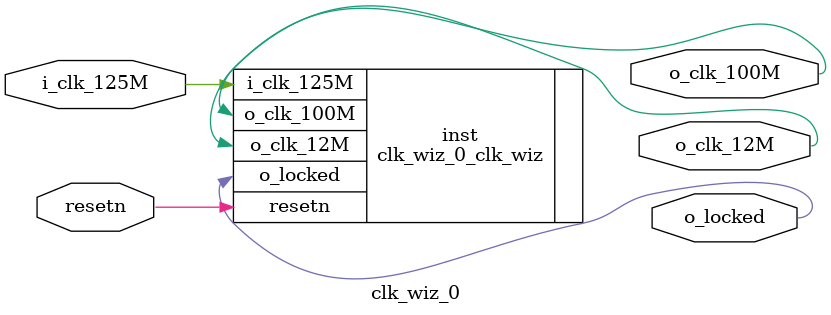
<source format=v>


`timescale 1ps/1ps

(* CORE_GENERATION_INFO = "clk_wiz_0,clk_wiz_v6_0_9_0_0,{component_name=clk_wiz_0,use_phase_alignment=true,use_min_o_jitter=false,use_max_i_jitter=false,use_dyn_phase_shift=false,use_inclk_switchover=false,use_dyn_reconfig=false,enable_axi=0,feedback_source=FDBK_AUTO,PRIMITIVE=MMCM,num_out_clk=2,clkin1_period=8.000,clkin2_period=10.0,use_power_down=false,use_reset=true,use_locked=true,use_inclk_stopped=false,feedback_type=SINGLE,CLOCK_MGR_TYPE=NA,manual_override=false}" *)

module clk_wiz_0 
 (
  // Clock out ports
  output        o_clk_100M,
  output        o_clk_12M,
  // Status and control signals
  input         resetn,
  output        o_locked,
 // Clock in ports
  input         i_clk_125M
 );

  clk_wiz_0_clk_wiz inst
  (
  // Clock out ports  
  .o_clk_100M(o_clk_100M),
  .o_clk_12M(o_clk_12M),
  // Status and control signals               
  .resetn(resetn), 
  .o_locked(o_locked),
 // Clock in ports
  .i_clk_125M(i_clk_125M)
  );

endmodule

</source>
